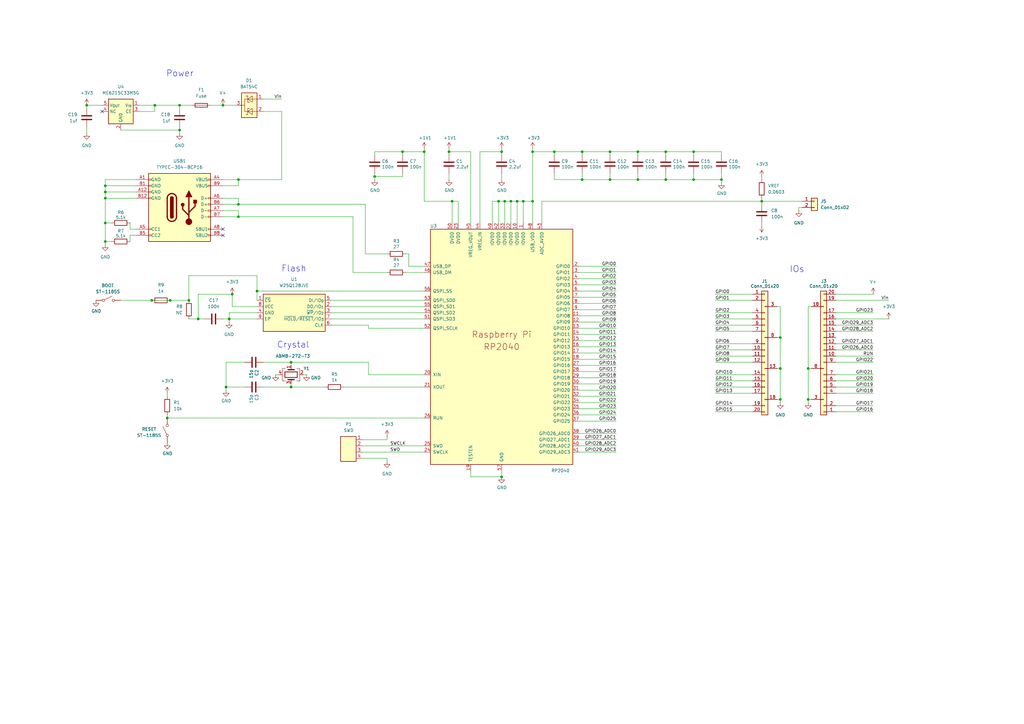
<source format=kicad_sch>
(kicad_sch (version 20250114) (generator "eeschema") (generator_version "9.0")
  (paper "A3")
  (title_block (title "RP2040 Minimal Design Example") (date "2024-01-16") (rev "REV2") (company "Raspberry Pi Ltd"))
  (lib_symbols
    (symbol "+3V3_1" (power) (pin_numbers (hide yes)) (pin_names (offset 0) (hide yes))
      (property "Value" "+3V3" (at 0 3.556 0))
      (symbol "+3V3_1_1_1"
        (pin power_in line (at 0 0 90) (length 0) (name "~") (number "1"))
      )
    )
    (symbol "+3V3_2" (power) (pin_numbers (hide yes)) (pin_names (offset 0) (hide yes))
      (property "Value" "+3V3" (at 0 3.556 0))
      (symbol "+3V3_2_1_1"
        (pin power_in line (at 0 0 90) (length 0) (name "~") (number "1"))
      )
    )
    (symbol "+3V3_3" (power) (pin_numbers (hide yes)) (pin_names (offset 0) (hide yes))
      (property "Value" "+3V3" (at 0 3.556 0))
      (symbol "+3V3_3_1_1"
        (pin power_in line (at 0 0 90) (length 0) (name "~") (number "1"))
      )
    )
    (symbol "+3V3_4" (power) (pin_numbers (hide yes)) (pin_names (offset 0) (hide yes))
      (property "Value" "+3V3" (at 0 3.556 0))
      (symbol "+3V3_4_1_1"
        (pin power_in line (at 0 0 90) (length 0) (name "~") (number "1"))
      )
    )
    (symbol "+3V3_5" (power) (pin_numbers (hide yes)) (pin_names (offset 0) (hide yes))
      (property "Value" "+3V3" (at 0 3.556 0))
      (symbol "+3V3_5_1_1"
        (pin power_in line (at 0 0 90) (length 0) (name "~") (number "1"))
      )
    )
    (symbol "+3V3_6" (power) (pin_numbers (hide yes)) (pin_names (offset 0) (hide yes))
      (property "Value" "+3V3" (at 0 3.556 0))
      (symbol "+3V3_6_1_1"
        (pin power_in line (at 0 0 90) (length 0) (name "~") (number "1"))
      )
    )
    (symbol "+3V3_7" (power) (pin_numbers (hide yes)) (pin_names (offset 0) (hide yes))
      (property "Value" "+3V3" (at 0 3.556 0))
      (symbol "+3V3_7_1_1"
        (pin power_in line (at 0 0 90) (length 0) (name "~") (number "1"))
      )
    )
    (symbol "BAT54C_1" (pin_names (offset 1.016))
      (property "Reference" "P1" (at -0.508 7.62 0))
      (property "Value" "SWD" (at -0.508 5.08 0))
      (symbol "BAT54C_1_1_1"
        (pin passive line (at 5.08 1.27 180) (length 2.54) (name "~") (number "1"))
        (pin passive line (at 5.08 -1.27 180) (length 2.54) (name "~") (number "2"))
        (pin passive line (at 5.08 -3.81 180) (length 2.54) (name "~") (number "3"))
        (pin passive line (at 5.08 -6.35 180) (length 2.54) (name "~") (number "4"))
      )
    )
    (symbol "Conn_01x20_1" (pin_names (offset 1.016) (hide yes))
      (property "Reference" "J3" (at -1.27 28.194 0))
      (property "Value" "Conn_01x20" (at -5.842 26.162 0))
      (symbol "Conn_01x20_1_1_1"
        (pin passive line (at -5.08 22.86 0) (length 3.81) (name "Pin_20") (number "20"))
        (pin passive line (at -5.08 20.32 0) (length 3.81) (name "Pin_19") (number "19"))
        (pin passive line (at -5.08 15.24 0) (length 3.81) (name "Pin_17") (number "17"))
        (pin passive line (at -5.08 12.7 0) (length 3.81) (name "Pin_16") (number "16"))
        (pin passive line (at -5.08 10.16 0) (length 3.81) (name "Pin_15") (number "15"))
        (pin passive line (at -5.08 7.62 0) (length 3.81) (name "Pin_14") (number "14"))
        (pin passive line (at -5.08 5.08 0) (length 3.81) (name "Pin_13") (number "13"))
        (pin passive line (at -5.08 2.54 0) (length 3.81) (name "Pin_12") (number "12"))
        (pin passive line (at -5.08 0 0) (length 3.81) (name "Pin_11") (number "11"))
        (pin passive line (at -5.08 -2.54 0) (length 3.81) (name "Pin_10") (number "10"))
        (pin passive line (at -5.08 -5.08 0) (length 3.81) (name "Pin_9") (number "9"))
        (pin passive line (at -5.08 -10.16 0) (length 3.81) (name "Pin_7") (number "7"))
        (pin passive line (at -5.08 -12.7 0) (length 3.81) (name "Pin_6") (number "6"))
        (pin passive line (at -5.08 -15.24 0) (length 3.81) (name "Pin_5") (number "5"))
        (pin passive line (at -5.08 -17.78 0) (length 3.81) (name "Pin_4") (number "4"))
        (pin passive line (at -5.08 -22.86 0) (length 3.81) (name "Pin_2") (number "2"))
        (pin passive line (at -5.08 -25.4 0) (length 3.81) (name "Pin_1") (number "1"))
        (pin passive line (at 5.08 17.78 180) (length 3.81) (name "Pin_18") (number "18"))
        (pin passive line (at 5.08 -7.62 180) (length 3.81) (name "Pin_8") (number "8"))
        (pin passive line (at 5.08 -20.32 180) (length 3.81) (name "Pin_3") (number "3"))
      )
    )
    (symbol "Connector:USB_C_Receptacle" (pin_names (offset 1.016))
      (property "Reference" "USB1" (at 0 33.02 0))
      (property "Value" "TYPEC-304-BCP16" (at 0 30.48 0))
      (symbol "USB_C_Receptacle_1_1"
        (pin passive line (at -17.78 25.4 0) (length 5.08) (name "GND") (number "A1"))
        (pin passive line (at -17.78 25.4 0) (length 5.08) (hide yes) (name "VBUS") (number "A9"))
        (pin passive line (at -17.78 25.4 0) (length 5.08) (hide yes) (name "VBUS") (number "B4"))
        (pin passive line (at -17.78 25.4 0) (length 5.08) (hide yes) (name "VBUS") (number "B9"))
        (pin passive line (at -17.78 22.86 0) (length 5.08) (name "GND") (number "B1"))
        (pin passive line (at -17.78 22.86 0) (length 5.08) (hide yes) (name "VBUS") (number "B1"))
        (pin passive line (at -17.78 22.86 0) (length 5.08) (hide yes) (name "VBUS") (number "B4"))
        (pin passive line (at -17.78 22.86 0) (length 5.08) (hide yes) (name "VBUS") (number "B9"))
        (pin passive line (at -17.78 20.32 0) (length 5.08) (name "GND") (number "A12"))
        (pin passive line (at -17.78 20.32 0) (length 5.08) (hide yes) (name "VBUS") (number "A9"))
        (pin passive line (at -17.78 20.32 0) (length 5.08) (hide yes) (name "VBUS") (number "B4"))
        (pin passive line (at -17.78 20.32 0) (length 5.08) (hide yes) (name "VBUS") (number "B9"))
        (pin passive line (at -17.78 17.78 0) (length 5.08) (hide yes) (name "VBUS") (number "B1"))
        (pin passive line (at -17.78 17.78 0) (length 5.08) (name "GND") (number "B12"))
        (pin passive line (at -17.78 17.78 0) (length 5.08) (hide yes) (name "VBUS") (number "B4"))
        (pin passive line (at -17.78 17.78 0) (length 5.08) (hide yes) (name "VBUS") (number "B9"))
        (pin bidirectional line (at -17.78 5.08 0) (length 5.08) (name "CC1") (number "A5"))
        (pin bidirectional line (at -17.78 2.54 0) (length 5.08) (name "CC2") (number "B5"))
        (pin passive line (at 17.78 25.4 180) (length 5.08) (name "VBUS") (number "A4"))
        (pin passive line (at 17.78 25.4 180) (length 5.08) (hide yes) (name "VBUS") (number "A9"))
        (pin passive line (at 17.78 25.4 180) (length 5.08) (hide yes) (name "VBUS") (number "B4"))
        (pin passive line (at 17.78 25.4 180) (length 5.08) (hide yes) (name "VBUS") (number "B9"))
        (pin passive line (at 17.78 22.86 180) (length 5.08) (hide yes) (name "VBUS") (number "A9"))
        (pin passive line (at 17.78 22.86 180) (length 5.08) (hide yes) (name "VBUS") (number "B4"))
        (pin passive line (at 17.78 22.86 180) (length 5.08) (name "VBUS") (number "B9"))
        (pin passive line (at 17.78 22.86 180) (length 5.08) (hide yes) (name "VBUS") (number "B9"))
        (pin bidirectional line (at 17.78 17.78 180) (length 5.08) (name "D+") (number "A6"))
        (pin bidirectional line (at 17.78 15.24 180) (length 5.08) (name "D+") (number "B6"))
        (pin bidirectional line (at 17.78 12.7 180) (length 5.08) (name "D-") (number "A7"))
        (pin bidirectional line (at 17.78 10.16 180) (length 5.08) (name "D-") (number "B7"))
        (pin bidirectional line (at 17.78 5.08 180) (length 5.08) (name "SBU1") (number "A8"))
        (pin bidirectional line (at 17.78 2.54 180) (length 5.08) (name "SBU2") (number "B8"))
      )
    )
    (symbol "Connector_Generic:Conn_01x02" (pin_names (offset 1.016) (hide yes))
      (property "Reference" "J" (at 0 2.54 0))
      (property "Value" "Conn_01x02" (at 0 -5.08 0))
      (symbol "Conn_01x02_1_1"
        (pin passive line (at -5.08 0 0) (length 3.81) (name "Pin_1") (number "1"))
        (pin passive line (at -5.08 -2.54 0) (length 3.81) (name "Pin_2") (number "2"))
      )
    )
    (symbol "Connector_Generic:Conn_01x20" (pin_names (offset 1.016) (hide yes))
      (property "Reference" "J1" (at -1.27 28.194 0))
      (property "Value" "Conn_01x20" (at -5.842 26.162 0))
      (symbol "Conn_01x20_1_1"
        (pin passive line (at -5.08 22.86 0) (length 3.81) (name "Pin_1") (number "1"))
        (pin passive line (at -5.08 20.32 0) (length 3.81) (name "Pin_2") (number "2"))
        (pin passive line (at -5.08 15.24 0) (length 3.81) (name "Pin_4") (number "4"))
        (pin passive line (at -5.08 12.7 0) (length 3.81) (name "Pin_5") (number "5"))
        (pin passive line (at -5.08 10.16 0) (length 3.81) (name "Pin_6") (number "6"))
        (pin passive line (at -5.08 7.62 0) (length 3.81) (name "Pin_7") (number "7"))
        (pin passive line (at -5.08 2.54 0) (length 3.81) (name "Pin_9") (number "9"))
        (pin passive line (at -5.08 0 0) (length 3.81) (name "Pin_10") (number "10"))
        (pin passive line (at -5.08 -2.54 0) (length 3.81) (name "Pin_11") (number "11"))
        (pin passive line (at -5.08 -5.08 0) (length 3.81) (name "Pin_12") (number "12"))
        (pin passive line (at -5.08 -10.16 0) (length 3.81) (name "Pin_14") (number "14"))
        (pin passive line (at -5.08 -12.7 0) (length 3.81) (name "Pin_15") (number "15"))
        (pin passive line (at -5.08 -15.24 0) (length 3.81) (name "Pin_16") (number "16"))
        (pin passive line (at -5.08 -17.78 0) (length 3.81) (name "Pin_17") (number "17"))
        (pin passive line (at -5.08 -22.86 0) (length 3.81) (name "Pin_19") (number "19"))
        (pin passive line (at -5.08 -25.4 0) (length 3.81) (name "Pin_20") (number "20"))
        (pin passive line (at 5.08 17.78 180) (length 3.81) (name "Pin_3") (number "3"))
        (pin passive line (at 5.08 5.08 180) (length 3.81) (name "Pin_8") (number "8"))
        (pin passive line (at 5.08 -7.62 180) (length 3.81) (name "Pin_13") (number "13"))
        (pin passive line (at 5.08 -20.32 180) (length 3.81) (name "Pin_18") (number "18"))
      )
    )
    (symbol "Device:C" (pin_numbers (hide yes)) (pin_names (offset 0.254))
      (property "Reference" "C" (at 0.635 2.54 0))
      (property "Value" "C" (at 0.635 -2.54 0))
      (symbol "C_1_1"
        (pin passive line (at 0 3.81 270) (length 2.794) (name "~") (number "1"))
        (pin passive line (at 0 -3.81 90) (length 2.794) (name "~") (number "2"))
      )
    )
    (symbol "Device:Crystal_GND24" (pin_names (offset 1.016) (hide yes))
      (property "Reference" "Y" (at 3.175 5.08 0))
      (property "Value" "Crystal_GND24" (at 3.175 3.175 0))
      (symbol "Crystal_GND24_1_1"
        (pin passive line (at -3.81 0 0) (length 1.27) (name "1") (number "1"))
        (pin passive line (at 0 5.08 270) (length 1.27) (name "2") (number "2"))
        (pin passive line (at 0 -5.08 90) (length 1.27) (name "4") (number "4"))
        (pin passive line (at 3.81 0 180) (length 1.27) (name "3") (number "3"))
      )
    )
    (symbol "Device:Fuse" (pin_numbers (hide yes)) (pin_names (offset 0))
      (property "Reference" "F" (at 2.032 0 90))
      (property "Value" "Fuse" (at -1.905 0 90))
      (symbol "Fuse_1_1"
        (pin passive line (at 0 3.81 270) (length 1.27) (name "~") (number "1"))
        (pin passive line (at 0 -3.81 90) (length 1.27) (name "~") (number "2"))
      )
    )
    (symbol "Device:R" (pin_numbers (hide yes)) (pin_names (offset 0))
      (property "Reference" "R" (at 2.032 0 90))
      (property "Value" "R" (at 0 0 90))
      (symbol "R_1_1"
        (pin passive line (at 0 3.81 270) (length 1.27) (name "~") (number "1"))
        (pin passive line (at 0 -3.81 90) (length 1.27) (name "~") (number "2"))
      )
    )
    (symbol "Diode:BAT54C" (pin_names (offset 1.016))
      (property "Reference" "D1" (at -0.508 7.62 0))
      (property "Value" "BAT54C" (at -0.508 5.08 0))
      (symbol "BAT54C_1_1"
        (pin passive line (at -6.35 0 0) (length 2.54) (name "~") (number "1"))
        (pin passive line (at -6.35 -5.08 0) (length 2.54) (name "~") (number "2"))
        (pin passive line (at 5.08 -2.54 180) (length 2.54) (name "~") (number "3"))
      )
    )
    (symbol "GND_1" (power) (pin_numbers (hide yes)) (pin_names (offset 0) (hide yes))
      (property "Value" "GND" (at 0 -3.81 0))
      (symbol "GND_1_1_1"
        (pin power_in line (at 0 0 270) (length 0) (name "~") (number "1"))
      )
    )
    (symbol "GND_2" (power) (pin_numbers (hide yes)) (pin_names (offset 0) (hide yes))
      (property "Value" "GND" (at 0 -3.81 0))
      (symbol "GND_2_1_1"
        (pin power_in line (at 0 0 270) (length 0) (name "~") (number "1"))
      )
    )
    (symbol "GND_3" (power) (pin_numbers (hide yes)) (pin_names (offset 0) (hide yes))
      (property "Value" "GND" (at 0 -3.81 0))
      (symbol "GND_3_1_1"
        (pin power_in line (at 0 0 270) (length 0) (name "~") (number "1"))
      )
    )
    (symbol "GND_4" (power) (pin_numbers (hide yes)) (pin_names (offset 0) (hide yes))
      (property "Value" "GND" (at 0 -3.81 0))
      (symbol "GND_4_1_1"
        (pin power_in line (at 0 0 270) (length 0) (name "~") (number "1"))
      )
    )
    (symbol "GND_5" (power) (pin_numbers (hide yes)) (pin_names (offset 0) (hide yes))
      (property "Value" "GND" (at 0 -3.81 0))
      (symbol "GND_5_1_1"
        (pin power_in line (at 0 0 270) (length 0) (name "~") (number "1"))
      )
    )
    (symbol "GND_6" (power) (pin_numbers (hide yes)) (pin_names (offset 0) (hide yes))
      (property "Value" "GND" (at 0 -3.81 0))
      (symbol "GND_6_1_1"
        (pin power_in line (at 0 0 270) (length 0) (name "~") (number "1"))
      )
    )
    (symbol "GND_7" (power) (pin_numbers (hide yes)) (pin_names (offset 0) (hide yes))
      (property "Value" "GND" (at 0 -3.81 0))
      (symbol "GND_7_1_1"
        (pin power_in line (at 0 0 270) (length 0) (name "~") (number "1"))
      )
    )
    (symbol "MCU_RaspberryPi_RP2040:RP2040" (pin_names (offset 1.016))
      (property "Reference" "U3" (at -27.94 49.53 0))
      (property "Value" "RP2040" (at 24.13 -50.8 0))
      (symbol "RP2040_0_0"
        (text "Raspberry Pi" (at 0 5.08 0) (effects (font (size 2.54 2.54))))
        (text "RP2040" (at 0 0 0) (effects (font (size 2.54 2.54))))
      )
      (symbol "RP2040_1_1"
        (pin bidirectional line (at -31.75 33.02 0) (length 2.54) (name "USB_DP") (number "47"))
        (pin bidirectional line (at -31.75 30.48 0) (length 2.54) (name "USB_DM") (number "46"))
        (pin bidirectional line (at -31.75 22.86 0) (length 2.54) (name "QSPI_SS") (number "56"))
        (pin bidirectional line (at -31.75 19.05 0) (length 2.54) (name "QSPI_SD0") (number "53"))
        (pin bidirectional line (at -31.75 16.51 0) (length 2.54) (name "QSPI_SD1") (number "55"))
        (pin bidirectional line (at -31.75 13.97 0) (length 2.54) (name "QSPI_SD2") (number "54"))
        (pin bidirectional line (at -31.75 11.43 0) (length 2.54) (name "QSPI_SD3") (number "51"))
        (pin output line (at -31.75 7.62 0) (length 2.54) (name "QSPI_SCLK") (number "52"))
        (pin input line (at -31.75 -11.43 0) (length 2.54) (name "XIN") (number "20"))
        (pin passive line (at -31.75 -16.51 0) (length 2.54) (name "XOUT") (number "21"))
        (pin input line (at -31.75 -29.21 0) (length 2.54) (name "RUN") (number "26"))
        (pin bidirectional line (at -31.75 -40.64 0) (length 2.54) (name "SWD") (number "25"))
        (pin output line (at -31.75 -43.18 0) (length 2.54) (name "SWCLK") (number "24"))
        (pin power_in line (at -20.32 50.8 270) (length 2.54) (name "DVDD") (number "50"))
        (pin power_in line (at -17.78 50.8 270) (length 2.54) (name "DVDD") (number "23"))
        (pin power_out line (at -12.7 50.8 270) (length 2.54) (name "VREG_VOUT") (number "45"))
        (pin passive line (at -12.7 -50.8 90) (length 2.54) (name "TESTEN") (number "19"))
        (pin power_in line (at -8.89 50.8 270) (length 2.54) (name "VREG_IN") (number "44"))
        (pin power_in line (at -3.81 50.8 270) (length 2.54) (name "IOVDD") (number "49"))
        (pin power_in line (at -1.27 50.8 270) (length 2.54) (name "IOVDD") (number "42"))
        (pin power_in line (at 0 -50.8 90) (length 2.54) (name "GND") (number "57"))
        (pin power_in line (at 1.27 50.8 270) (length 2.54) (name "IOVDD") (number "33"))
        (pin power_in line (at 3.81 50.8 270) (length 2.54) (name "IOVDD") (number "22"))
        (pin power_in line (at 6.35 50.8 270) (length 2.54) (name "IOVDD") (number "10"))
        (pin power_in line (at 8.89 50.8 270) (length 2.54) (name "IOVDD") (number "1"))
        (pin power_in line (at 12.7 50.8 270) (length 2.54) (name "USB_VDD") (number "48"))
        (pin power_in line (at 16.51 50.8 270) (length 2.54) (name "ADC_AVDD") (number "43"))
        (pin bidirectional line (at 31.75 33.02 180) (length 2.54) (name "GPIO0") (number "2"))
        (pin bidirectional line (at 31.75 30.48 180) (length 2.54) (name "GPIO1") (number "3"))
        (pin bidirectional line (at 31.75 27.94 180) (length 2.54) (name "GPIO2") (number "4"))
        (pin bidirectional line (at 31.75 25.4 180) (length 2.54) (name "GPIO3") (number "5"))
        (pin bidirectional line (at 31.75 22.86 180) (length 2.54) (name "GPIO4") (number "6"))
        (pin bidirectional line (at 31.75 20.32 180) (length 2.54) (name "GPIO5") (number "7"))
        (pin bidirectional line (at 31.75 17.78 180) (length 2.54) (name "GPIO6") (number "8"))
        (pin bidirectional line (at 31.75 15.24 180) (length 2.54) (name "GPIO7") (number "9"))
        (pin bidirectional line (at 31.75 12.7 180) (length 2.54) (name "GPIO8") (number "11"))
        (pin bidirectional line (at 31.75 10.16 180) (length 2.54) (name "GPIO9") (number "12"))
        (pin bidirectional line (at 31.75 7.62 180) (length 2.54) (name "GPIO10") (number "13"))
        (pin bidirectional line (at 31.75 5.08 180) (length 2.54) (name "GPIO11") (number "14"))
        (pin bidirectional line (at 31.75 2.54 180) (length 2.54) (name "GPIO12") (number "15"))
        (pin bidirectional line (at 31.75 0 180) (length 2.54) (name "GPIO13") (number "16"))
        (pin bidirectional line (at 31.75 -2.54 180) (length 2.54) (name "GPIO14") (number "17"))
        (pin bidirectional line (at 31.75 -5.08 180) (length 2.54) (name "GPIO15") (number "18"))
        (pin bidirectional line (at 31.75 -7.62 180) (length 2.54) (name "GPIO16") (number "27"))
        (pin bidirectional line (at 31.75 -10.16 180) (length 2.54) (name "GPIO17") (number "28"))
        (pin bidirectional line (at 31.75 -12.7 180) (length 2.54) (name "GPIO18") (number "29"))
        (pin bidirectional line (at 31.75 -15.24 180) (length 2.54) (name "GPIO19") (number "30"))
        (pin bidirectional line (at 31.75 -17.78 180) (length 2.54) (name "GPIO20") (number "31"))
        (pin bidirectional line (at 31.75 -20.32 180) (length 2.54) (name "GPIO21") (number "32"))
        (pin bidirectional line (at 31.75 -22.86 180) (length 2.54) (name "GPIO22") (number "34"))
        (pin bidirectional line (at 31.75 -25.4 180) (length 2.54) (name "GPIO23") (number "35"))
        (pin bidirectional line (at 31.75 -27.94 180) (length 2.54) (name "GPIO24") (number "36"))
        (pin bidirectional line (at 31.75 -30.48 180) (length 2.54) (name "GPIO25") (number "37"))
        (pin bidirectional line (at 31.75 -35.56 180) (length 2.54) (name "GPIO26_ADC0") (number "38"))
        (pin bidirectional line (at 31.75 -38.1 180) (length 2.54) (name "GPIO27_ADC1") (number "39"))
        (pin bidirectional line (at 31.75 -40.64 180) (length 2.54) (name "GPIO28_ADC2") (number "40"))
        (pin bidirectional line (at 31.75 -43.18 180) (length 2.54) (name "GPIO29_ADC3") (number "41"))
      )
    )
    (symbol "Memory_Flash:W25Q32JVZP"
      (property "Reference" "U1" (at 0 15.24 0))
      (property "Value" "W25Q128JVE" (at 0 12.7 0))
      (symbol "W25Q32JVZP_1_1"
        (pin bidirectional line (at -15.24 7.62 0) (length 2.54) (name "DI/IO_{0}") (number "5"))
        (pin bidirectional line (at -15.24 5.08 0) (length 2.54) (name "DO/IO_{1}") (number "2"))
        (pin bidirectional line (at -15.24 2.54 0) (length 2.54) (name "~{WP}/IO_{2}") (number "3"))
        (pin bidirectional line (at -15.24 0 0) (length 2.54) (name "~{HOLD}/~{RESET}/IO_{3}") (number "7"))
        (pin input line (at -15.24 -2.54 0) (length 2.54) (name "CLK") (number "6"))
        (pin input line (at 15.24 7.62 180) (length 2.54) (name "~{CS}") (number "1"))
        (pin power_in line (at 15.24 5.08 180) (length 2.54) (name "VCC") (number "8"))
        (pin power_in line (at 15.24 2.54 180) (length 2.54) (name "GND") (number "4"))
        (pin passive line (at 15.24 0 180) (length 2.54) (name "EP") (number "9"))
      )
    )
    (symbol "Regulator_Linear:ME6211C33M5"
      (property "Reference" "U4" (at 0 10.16 0))
      (property "Value" "ME6215C33M5G" (at 0 7.62 0))
      (symbol "ME6211C33M5_1_1"
        (pin power_in line (at -7.62 2.54 0) (length 2.54) (name "V_{IN}") (number "1"))
        (pin input line (at -7.62 0 0) (length 2.54) (name "CE") (number "3"))
        (pin power_in line (at 0 -7.62 90) (length 2.54) (name "GND") (number "2"))
        (pin no_connect line (at 5.08 0 180) (length 2.54) (hide yes) (name "NC") (number "4"))
        (pin power_out line (at 7.62 2.54 180) (length 2.54) (name "V_{OUT}") (number "5"))
        (pin unspecified line (at 7.62 0 180) (length 2.54) (name "NC") (number "4"))
      )
    )
    (symbol "Simulation_SPICE:SWITCH" (pin_numbers (hide yes)) (pin_names (offset 1.016) (hide yes))
      (property "Reference" "BOOT" (at 2.54 2.6671 0))
      (property "Value" "ST-1185S" (at 2.54 0.1271 0))
      (symbol "SWITCH_1_1"
        (pin passive line (at 0 5.08 270) (length 2.54) (name "N+") (number "1"))
        (pin passive line (at 0 -5.08 90) (length 2.54) (name "N-") (number "2"))
      )
    )
    (symbol "VBUS_1" (power) (pin_numbers (hide yes)) (pin_names (offset 0) (hide yes))
      (property "Value" "VBUS" (at 0 3.556 0))
      (symbol "VBUS_1_1_1"
        (pin power_in line (at 0 0 90) (length 0) (name "~") (number "1"))
      )
    )
    (symbol "power:+1V1" (power) (pin_names (offset 0))
      (property "Value" "+1V1" (at 0 3.556 0))
      (symbol "+1V1_1_1"
        (pin power_in line (at 0 0 90) (length 0) (hide yes) (name "+1V1") (number "1"))
      )
    )
    (symbol "power:+3V3" (power) (pin_names (offset 0))
      (property "Value" "+3V3" (at 0 3.556 0))
      (symbol "+3V3_1_1"
        (pin power_in line (at 0 0 90) (length 0) (hide yes) (name "+3V3") (number "1"))
      )
    )
    (symbol "power:GND" (power) (pin_names (offset 0))
      (property "Value" "GND" (at 0 -3.81 0))
      (symbol "GND_1_1"
        (pin power_in line (at 0 0 270) (length 0) (hide yes) (name "GND") (number "1"))
      )
    )
  )
  (text "IOs" (at 323.85 112.014 0) (effects (font (size 2.54 2.54)) (justify left bottom)))
  (text "Power" (at 68.072 31.75 0) (effects (font (size 2.54 2.54)) (justify left bottom)))
  (text "Crystal" (at 113.538 143.002 0) (effects (font (size 2.54 2.54)) (justify left bottom)))
  (text "Flash" (at 125.73 111.76 0) (effects (font (size 2.54 2.54)) (justify right bottom)))
  (junction (at 43.18 91.44))
  (junction (at 62.23 123.19))
  (junction (at 91.44 43.18))
  (junction (at 81.28 130.81))
  (junction (at 95.25 120.65))
  (junction (at 331.47 163.83))
  (junction (at 97.79 73.66))
  (junction (at 165.1 62.23))
  (junction (at 320.04 163.83))
  (junction (at 93.98 130.81))
  (junction (at 92.71 158.75))
  (junction (at 227.33 62.23))
  (junction (at 43.18 76.2))
  (junction (at 250.19 73.66))
  (junction (at 218.44 82.55))
  (junction (at 261.62 62.23))
  (junction (at 184.15 62.23))
  (junction (at 119.38 148.59))
  (junction (at 105.41 119.38))
  (junction (at 250.19 62.23))
  (junction (at 212.09 82.55))
  (junction (at 43.18 78.74))
  (junction (at 63.5 43.18))
  (junction (at 153.67 72.39))
  (junction (at 185.42 82.55))
  (junction (at 284.48 62.23))
  (junction (at 35.56 43.18))
  (junction (at 77.47 123.19))
  (junction (at 295.91 73.66))
  (junction (at 119.38 158.75))
  (junction (at 320.04 138.43))
  (junction (at 261.62 73.66))
  (junction (at 205.74 62.23))
  (junction (at 43.18 99.06))
  (junction (at 97.79 83.82))
  (junction (at 320.04 151.13))
  (junction (at 214.63 82.55))
  (junction (at 207.01 82.55))
  (junction (at 173.99 62.23))
  (junction (at 238.76 73.66))
  (junction (at 273.05 73.66))
  (junction (at 209.55 82.55))
  (junction (at 43.18 81.28))
  (junction (at 204.47 82.55))
  (junction (at 73.66 43.18))
  (junction (at 69.85 123.19))
  (junction (at 205.74 195.58))
  (junction (at 218.44 62.23))
  (junction (at 312.42 82.55))
  (junction (at 73.66 53.34))
  (junction (at 273.05 62.23))
  (junction (at 284.48 73.66))
  (junction (at 331.47 151.13))
  (junction (at 68.58 171.45))
  (junction (at 97.79 88.9))
  (junction (at 238.76 62.23))
  (no_connect (at 41.91 45.72))
  (no_connect (at 91.44 96.52))
  (no_connect (at 91.44 93.98))
  (wire (pts (xy 342.9 133.35) (xy 358.14 133.35)))
  (wire (pts (xy 237.49 134.62) (xy 252.73 134.62)))
  (wire (pts (xy 308.61 143.51) (xy 293.37 143.51)))
  (wire (pts (xy 153.67 72.39) (xy 165.1 72.39)))
  (wire (pts (xy 91.44 76.2) (xy 97.79 76.2)))
  (wire (pts (xy 43.18 81.28) (xy 43.18 91.44)))
  (wire (pts (xy 167.64 104.14) (xy 167.64 109.22)))
  (wire (pts (xy 342.9 158.75) (xy 358.14 158.75)))
  (wire (pts (xy 53.34 96.52) (xy 55.88 96.52)))
  (wire (pts (xy 91.44 130.81) (xy 93.98 130.81)))
  (wire (pts (xy 308.61 133.35) (xy 293.37 133.35)))
  (wire (pts (xy 250.19 62.23) (xy 261.62 62.23)))
  (wire (pts (xy 320.04 125.73) (xy 320.04 138.43)))
  (wire (pts (xy 35.56 43.18) (xy 35.56 44.45)))
  (wire (pts (xy 214.63 82.55) (xy 218.44 82.55)))
  (wire (pts (xy 43.18 91.44) (xy 45.72 91.44)))
  (wire (pts (xy 205.74 60.96) (xy 205.74 62.23)))
  (wire (pts (xy 328.93 85.09) (xy 327.66 85.09)))
  (wire (pts (xy 250.19 63.5) (xy 250.19 62.23)))
  (wire (pts (xy 173.99 60.96) (xy 173.99 62.23)))
  (wire (pts (xy 237.49 147.32) (xy 252.73 147.32)))
  (wire (pts (xy 308.61 156.21) (xy 293.37 156.21)))
  (wire (pts (xy 201.93 91.44) (xy 201.93 82.55)))
  (wire (pts (xy 55.88 81.28) (xy 43.18 81.28)))
  (wire (pts (xy 308.61 128.27) (xy 293.37 128.27)))
  (wire (pts (xy 91.44 83.82) (xy 97.79 83.82)))
  (wire (pts (xy 237.49 172.72) (xy 252.73 172.72)))
  (wire (pts (xy 320.04 138.43) (xy 320.04 151.13)))
  (wire (pts (xy 201.93 82.55) (xy 204.47 82.55)))
  (wire (pts (xy 149.86 83.82) (xy 149.86 104.14)))
  (wire (pts (xy 237.49 167.64) (xy 252.73 167.64)))
  (wire (pts (xy 173.99 111.76) (xy 166.37 111.76)))
  (wire (pts (xy 205.74 62.23) (xy 196.85 62.23)))
  (wire (pts (xy 91.44 88.9) (xy 97.79 88.9)))
  (wire (pts (xy 237.49 109.22) (xy 252.73 109.22)))
  (wire (pts (xy 308.61 135.89) (xy 293.37 135.89)))
  (wire (pts (xy 312.42 81.28) (xy 312.42 82.55)))
  (wire (pts (xy 95.25 120.65) (xy 95.25 125.73)))
  (wire (pts (xy 331.47 165.1) (xy 331.47 163.83)))
  (wire (pts (xy 73.66 43.18) (xy 63.5 43.18)))
  (wire (pts (xy 250.19 71.12) (xy 250.19 73.66)))
  (wire (pts (xy 237.49 114.3) (xy 252.73 114.3)))
  (wire (pts (xy 332.74 151.13) (xy 331.47 151.13)))
  (wire (pts (xy 184.15 62.23) (xy 193.04 62.23)))
  (wire (pts (xy 93.98 132.08) (xy 93.98 130.81)))
  (wire (pts (xy 113.03 153.67) (xy 114.3 153.67)))
  (wire (pts (xy 43.18 91.44) (xy 43.18 99.06)))
  (wire (pts (xy 153.67 62.23) (xy 165.1 62.23)))
  (wire (pts (xy 237.49 182.88) (xy 252.73 182.88)))
  (wire (pts (xy 91.44 81.28) (xy 97.79 81.28)))
  (wire (pts (xy 308.61 158.75) (xy 293.37 158.75)))
  (wire (pts (xy 153.67 71.12) (xy 153.67 72.39)))
  (wire (pts (xy 318.77 163.83) (xy 320.04 163.83)))
  (wire (pts (xy 91.44 86.36) (xy 97.79 86.36)))
  (wire (pts (xy 124.46 153.67) (xy 125.73 153.67)))
  (wire (pts (xy 81.28 130.81) (xy 77.47 130.81)))
  (wire (pts (xy 308.61 161.29) (xy 293.37 161.29)))
  (wire (pts (xy 135.89 130.81) (xy 173.99 130.81)))
  (wire (pts (xy 308.61 153.67) (xy 293.37 153.67)))
  (wire (pts (xy 107.95 148.59) (xy 119.38 148.59)))
  (wire (pts (xy 184.15 63.5) (xy 184.15 62.23)))
  (wire (pts (xy 342.9 143.51) (xy 358.14 143.51)))
  (wire (pts (xy 308.61 130.81) (xy 293.37 130.81)))
  (wire (pts (xy 165.1 62.23) (xy 173.99 62.23)))
  (wire (pts (xy 312.42 92.71) (xy 312.42 91.44)))
  (wire (pts (xy 53.34 93.98) (xy 53.34 91.44)))
  (wire (pts (xy 173.99 62.23) (xy 173.99 82.55)))
  (wire (pts (xy 308.61 148.59) (xy 293.37 148.59)))
  (wire (pts (xy 135.89 125.73) (xy 173.99 125.73)))
  (wire (pts (xy 43.18 78.74) (xy 43.18 81.28)))
  (wire (pts (xy 69.85 123.19) (xy 62.23 123.19)))
  (wire (pts (xy 158.75 187.96) (xy 158.75 189.23)))
  (wire (pts (xy 273.05 63.5) (xy 273.05 62.23)))
  (wire (pts (xy 204.47 82.55) (xy 207.01 82.55)))
  (wire (pts (xy 212.09 91.44) (xy 212.09 82.55)))
  (wire (pts (xy 151.13 134.62) (xy 173.99 134.62)))
  (wire (pts (xy 55.88 73.66) (xy 43.18 73.66)))
  (wire (pts (xy 227.33 63.5) (xy 227.33 62.23)))
  (wire (pts (xy 105.41 113.03) (xy 77.47 113.03)))
  (wire (pts (xy 218.44 62.23) (xy 227.33 62.23)))
  (wire (pts (xy 308.61 146.05) (xy 293.37 146.05)))
  (wire (pts (xy 119.38 157.48) (xy 119.38 158.75)))
  (wire (pts (xy 92.71 158.75) (xy 92.71 160.02)))
  (wire (pts (xy 173.99 109.22) (xy 167.64 109.22)))
  (wire (pts (xy 77.47 113.03) (xy 77.47 123.19)))
  (wire (pts (xy 342.9 146.05) (xy 358.14 146.05)))
  (wire (pts (xy 41.91 43.18) (xy 35.56 43.18)))
  (wire (pts (xy 95.25 120.65) (xy 81.28 120.65)))
  (wire (pts (xy 43.18 100.33) (xy 43.18 99.06)))
  (wire (pts (xy 148.59 187.96) (xy 158.75 187.96)))
  (wire (pts (xy 342.9 161.29) (xy 358.14 161.29)))
  (wire (pts (xy 332.74 163.83) (xy 331.47 163.83)))
  (wire (pts (xy 273.05 62.23) (xy 284.48 62.23)))
  (wire (pts (xy 105.41 130.81) (xy 93.98 130.81)))
  (wire (pts (xy 73.66 54.61) (xy 73.66 53.34)))
  (wire (pts (xy 295.91 71.12) (xy 295.91 73.66)))
  (wire (pts (xy 185.42 82.55) (xy 185.42 91.44)))
  (wire (pts (xy 95.25 125.73) (xy 105.41 125.73)))
  (wire (pts (xy 140.97 158.75) (xy 173.99 158.75)))
  (wire (pts (xy 342.9 135.89) (xy 358.14 135.89)))
  (wire (pts (xy 97.79 88.9) (xy 97.79 86.36)))
  (wire (pts (xy 237.49 144.78) (xy 252.73 144.78)))
  (wire (pts (xy 237.49 124.46) (xy 252.73 124.46)))
  (wire (pts (xy 165.1 72.39) (xy 165.1 71.12)))
  (wire (pts (xy 238.76 63.5) (xy 238.76 62.23)))
  (wire (pts (xy 238.76 73.66) (xy 227.33 73.66)))
  (wire (pts (xy 237.49 177.8) (xy 252.73 177.8)))
  (wire (pts (xy 218.44 62.23) (xy 218.44 82.55)))
  (wire (pts (xy 55.88 78.74) (xy 43.18 78.74)))
  (wire (pts (xy 205.74 62.23) (xy 205.74 63.5)))
  (wire (pts (xy 218.44 60.96) (xy 218.44 62.23)))
  (wire (pts (xy 342.9 130.81) (xy 364.49 130.81)))
  (wire (pts (xy 331.47 125.73) (xy 331.47 151.13)))
  (wire (pts (xy 237.49 127) (xy 252.73 127)))
  (wire (pts (xy 342.9 140.97) (xy 358.14 140.97)))
  (wire (pts (xy 135.89 128.27) (xy 173.99 128.27)))
  (wire (pts (xy 184.15 71.12) (xy 184.15 73.66)))
  (wire (pts (xy 238.76 62.23) (xy 250.19 62.23)))
  (wire (pts (xy 318.77 151.13) (xy 320.04 151.13)))
  (wire (pts (xy 308.61 123.19) (xy 293.37 123.19)))
  (wire (pts (xy 214.63 82.55) (xy 214.63 91.44)))
  (wire (pts (xy 342.9 148.59) (xy 358.14 148.59)))
  (wire (pts (xy 308.61 120.65) (xy 293.37 120.65)))
  (wire (pts (xy 312.42 82.55) (xy 312.42 83.82)))
  (wire (pts (xy 63.5 43.18) (xy 63.5 45.72)))
  (wire (pts (xy 73.66 53.34) (xy 49.53 53.34)))
  (wire (pts (xy 237.49 185.42) (xy 252.73 185.42)))
  (wire (pts (xy 115.57 40.64) (xy 107.95 40.64)))
  (wire (pts (xy 320.04 151.13) (xy 320.04 163.83)))
  (wire (pts (xy 68.58 170.18) (xy 68.58 171.45)))
  (wire (pts (xy 62.23 123.19) (xy 49.53 123.19)))
  (wire (pts (xy 238.76 71.12) (xy 238.76 73.66)))
  (wire (pts (xy 209.55 91.44) (xy 209.55 82.55)))
  (wire (pts (xy 91.44 43.18) (xy 86.36 43.18)))
  (wire (pts (xy 284.48 73.66) (xy 295.91 73.66)))
  (wire (pts (xy 273.05 71.12) (xy 273.05 73.66)))
  (wire (pts (xy 97.79 83.82) (xy 97.79 81.28)))
  (wire (pts (xy 63.5 43.18) (xy 57.15 43.18)))
  (wire (pts (xy 53.34 93.98) (xy 55.88 93.98)))
  (wire (pts (xy 227.33 62.23) (xy 238.76 62.23)))
  (wire (pts (xy 237.49 129.54) (xy 252.73 129.54)))
  (wire (pts (xy 115.57 45.72) (xy 107.95 45.72)))
  (wire (pts (xy 107.95 158.75) (xy 119.38 158.75)))
  (wire (pts (xy 205.74 71.12) (xy 205.74 73.66)))
  (wire (pts (xy 92.71 158.75) (xy 100.33 158.75)))
  (wire (pts (xy 119.38 158.75) (xy 133.35 158.75)))
  (wire (pts (xy 43.18 73.66) (xy 43.18 76.2)))
  (wire (pts (xy 193.04 62.23) (xy 193.04 91.44)))
  (wire (pts (xy 148.59 180.34) (xy 158.75 180.34)))
  (wire (pts (xy 73.66 43.18) (xy 73.66 44.45)))
  (wire (pts (xy 237.49 116.84) (xy 252.73 116.84)))
  (wire (pts (xy 295.91 63.5) (xy 295.91 62.23)))
  (wire (pts (xy 148.59 185.42) (xy 173.99 185.42)))
  (wire (pts (xy 207.01 82.55) (xy 209.55 82.55)))
  (wire (pts (xy 295.91 73.66) (xy 295.91 74.93)))
  (wire (pts (xy 77.47 123.19) (xy 69.85 123.19)))
  (wire (pts (xy 55.88 76.2) (xy 43.18 76.2)))
  (wire (pts (xy 237.49 154.94) (xy 252.73 154.94)))
  (wire (pts (xy 308.61 140.97) (xy 293.37 140.97)))
  (wire (pts (xy 96.52 43.18) (xy 91.44 43.18)))
  (wire (pts (xy 207.01 91.44) (xy 207.01 82.55)))
  (wire (pts (xy 205.74 193.04) (xy 205.74 195.58)))
  (wire (pts (xy 218.44 91.44) (xy 218.44 82.55)))
  (wire (pts (xy 237.49 152.4) (xy 252.73 152.4)))
  (wire (pts (xy 250.19 73.66) (xy 238.76 73.66)))
  (wire (pts (xy 308.61 166.37) (xy 293.37 166.37)))
  (wire (pts (xy 227.33 71.12) (xy 227.33 73.66)))
  (wire (pts (xy 318.77 138.43) (xy 320.04 138.43)))
  (wire (pts (xy 193.04 193.04) (xy 193.04 195.58)))
  (wire (pts (xy 237.49 157.48) (xy 252.73 157.48)))
  (wire (pts (xy 53.34 96.52) (xy 53.34 99.06)))
  (wire (pts (xy 222.25 91.44) (xy 222.25 82.55)))
  (wire (pts (xy 43.18 76.2) (xy 43.18 78.74)))
  (wire (pts (xy 92.71 148.59) (xy 100.33 148.59)))
  (wire (pts (xy 237.49 137.16) (xy 252.73 137.16)))
  (wire (pts (xy 57.15 45.72) (xy 63.5 45.72)))
  (wire (pts (xy 173.99 82.55) (xy 185.42 82.55)))
  (wire (pts (xy 237.49 162.56) (xy 252.73 162.56)))
  (wire (pts (xy 318.77 125.73) (xy 320.04 125.73)))
  (wire (pts (xy 115.57 45.72) (xy 115.57 73.66)))
  (wire (pts (xy 68.58 161.29) (xy 68.58 162.56)))
  (wire (pts (xy 151.13 148.59) (xy 151.13 153.67)))
  (wire (pts (xy 187.96 82.55) (xy 185.42 82.55)))
  (wire (pts (xy 158.75 111.76) (xy 144.78 111.76)))
  (wire (pts (xy 115.57 73.66) (xy 97.79 73.66)))
  (wire (pts (xy 237.49 142.24) (xy 252.73 142.24)))
  (wire (pts (xy 284.48 73.66) (xy 273.05 73.66)))
  (wire (pts (xy 92.71 148.59) (xy 92.71 158.75)))
  (wire (pts (xy 119.38 149.86) (xy 119.38 148.59)))
  (wire (pts (xy 135.89 123.19) (xy 173.99 123.19)))
  (wire (pts (xy 149.86 104.14) (xy 158.75 104.14)))
  (wire (pts (xy 209.55 82.55) (xy 212.09 82.55)))
  (wire (pts (xy 237.49 132.08) (xy 252.73 132.08)))
  (wire (pts (xy 237.49 149.86) (xy 252.73 149.86)))
  (wire (pts (xy 105.41 119.38) (xy 173.99 119.38)))
  (wire (pts (xy 158.75 179.07) (xy 158.75 180.34)))
  (wire (pts (xy 153.67 63.5) (xy 153.67 62.23)))
  (wire (pts (xy 83.82 130.81) (xy 81.28 130.81)))
  (wire (pts (xy 167.64 104.14) (xy 166.37 104.14)))
  (wire (pts (xy 153.67 72.39) (xy 153.67 73.66)))
  (wire (pts (xy 284.48 71.12) (xy 284.48 73.66)))
  (wire (pts (xy 97.79 76.2) (xy 97.79 73.66)))
  (wire (pts (xy 204.47 91.44) (xy 204.47 82.55)))
  (wire (pts (xy 184.15 60.96) (xy 184.15 62.23)))
  (wire (pts (xy 151.13 153.67) (xy 173.99 153.67)))
  (wire (pts (xy 237.49 139.7) (xy 252.73 139.7)))
  (wire (pts (xy 261.62 62.23) (xy 273.05 62.23)))
  (wire (pts (xy 342.9 168.91) (xy 358.14 168.91)))
  (wire (pts (xy 105.41 113.03) (xy 105.41 119.38)))
  (wire (pts (xy 342.9 120.65) (xy 358.14 120.65)))
  (wire (pts (xy 105.41 128.27) (xy 93.98 128.27)))
  (wire (pts (xy 187.96 91.44) (xy 187.96 82.55)))
  (wire (pts (xy 237.49 121.92) (xy 252.73 121.92)))
  (wire (pts (xy 97.79 88.9) (xy 144.78 88.9)))
  (wire (pts (xy 237.49 165.1) (xy 252.73 165.1)))
  (wire (pts (xy 342.9 153.67) (xy 358.14 153.67)))
  (wire (pts (xy 237.49 111.76) (xy 252.73 111.76)))
  (wire (pts (xy 261.62 73.66) (xy 250.19 73.66)))
  (wire (pts (xy 273.05 73.66) (xy 261.62 73.66)))
  (wire (pts (xy 342.9 156.21) (xy 358.14 156.21)))
  (wire (pts (xy 91.44 73.66) (xy 97.79 73.66)))
  (wire (pts (xy 212.09 82.55) (xy 214.63 82.55)))
  (wire (pts (xy 308.61 168.91) (xy 293.37 168.91)))
  (wire (pts (xy 327.66 85.09) (xy 327.66 86.36)))
  (wire (pts (xy 43.18 99.06) (xy 45.72 99.06)))
  (wire (pts (xy 151.13 133.35) (xy 135.89 133.35)))
  (wire (pts (xy 342.9 123.19) (xy 364.49 123.19)))
  (wire (pts (xy 68.58 171.45) (xy 173.99 171.45)))
  (wire (pts (xy 222.25 82.55) (xy 312.42 82.55)))
  (wire (pts (xy 151.13 134.62) (xy 151.13 133.35)))
  (wire (pts (xy 193.04 195.58) (xy 205.74 195.58)))
  (wire (pts (xy 165.1 63.5) (xy 165.1 62.23)))
  (wire (pts (xy 342.9 128.27) (xy 358.14 128.27)))
  (wire (pts (xy 312.42 72.39) (xy 312.42 73.66)))
  (wire (pts (xy 284.48 62.23) (xy 295.91 62.23)))
  (wire (pts (xy 320.04 165.1) (xy 320.04 163.83)))
  (wire (pts (xy 284.48 63.5) (xy 284.48 62.23)))
  (wire (pts (xy 78.74 43.18) (xy 73.66 43.18)))
  (wire (pts (xy 331.47 151.13) (xy 331.47 163.83)))
  (wire (pts (xy 261.62 71.12) (xy 261.62 73.66)))
  (wire (pts (xy 237.49 160.02) (xy 252.73 160.02)))
  (wire (pts (xy 237.49 170.18) (xy 252.73 170.18)))
  (wire (pts (xy 81.28 120.65) (xy 81.28 130.81)))
  (wire (pts (xy 342.9 166.37) (xy 358.14 166.37)))
  (wire (pts (xy 73.66 52.07) (xy 73.66 53.34)))
  (wire (pts (xy 93.98 128.27) (xy 93.98 130.81)))
  (wire (pts (xy 261.62 63.5) (xy 261.62 62.23)))
  (wire (pts (xy 97.79 83.82) (xy 149.86 83.82)))
  (wire (pts (xy 148.59 182.88) (xy 173.99 182.88)))
  (wire (pts (xy 196.85 62.23) (xy 196.85 91.44)))
  (wire (pts (xy 35.56 52.07) (xy 35.56 54.61)))
  (wire (pts (xy 312.42 82.55) (xy 328.93 82.55)))
  (wire (pts (xy 105.41 119.38) (xy 105.41 123.19)))
  (wire (pts (xy 237.49 180.34) (xy 252.73 180.34)))
  (wire (pts (xy 237.49 119.38) (xy 252.73 119.38)))
  (wire (pts (xy 332.74 125.73) (xy 331.47 125.73)))
  (wire (pts (xy 144.78 88.9) (xy 144.78 111.76)))
  (wire (pts (xy 119.38 148.59) (xy 151.13 148.59)))
  (label "GPIO29_ADC3" (at 358.14 133.35 180))
  (label "Vin" (at 115.57 40.64 180))
  (label "GPIO17" (at 358.14 166.37 180))
  (label "GPIO20" (at 358.14 156.21 180))
  (label "GPIO7" (at 293.37 143.51 0))
  (label "GPIO4" (at 252.73 119.38 180))
  (label "GPIO13" (at 293.37 161.29 0))
  (label "GPIO3" (at 293.37 130.81 0))
  (label "GPIO22" (at 358.14 148.59 180))
  (label "GPIO0" (at 293.37 120.65 0))
  (label "GPIO29_ADC3" (at 252.73 185.42 180))
  (label "GPIO13" (at 252.73 142.24 180))
  (label "GPIO8" (at 293.37 146.05 0))
  (label "GPIO6" (at 252.73 124.46 180))
  (label "SWD" (at 160.02 185.42 0))
  (label "GPIO20" (at 252.73 160.02 180))
  (label "GPIO18" (at 252.73 154.94 180))
  (label "GPIO25" (at 252.73 172.72 180))
  (label "GPIO11" (at 293.37 156.21 0))
  (label "GPIO0" (at 252.73 109.22 180))
  (label "GPIO4" (at 293.37 133.35 0))
  (label "GPIO21" (at 252.73 162.56 180))
  (label "GPIO11" (at 252.73 137.16 180))
  (label "GPIO19" (at 358.14 158.75 180))
  (label "GPIO27_ADC1" (at 252.73 180.34 180))
  (label "GPIO9" (at 293.37 148.59 0))
  (label "GPIO1" (at 252.73 111.76 180))
  (label "GPIO14" (at 252.73 144.78 180))
  (label "GPIO3" (at 252.73 116.84 180))
  (label "Vin" (at 364.49 123.19 180))
  (label "GPIO28_ADC2" (at 358.14 135.89 180))
  (label "GPIO10" (at 252.73 134.62 180))
  (label "GPIO23" (at 252.73 167.64 180))
  (label "GPIO15" (at 293.37 168.91 0))
  (label "SWCLK" (at 160.02 182.88 0))
  (label "GPIO23" (at 358.14 128.27 180))
  (label "GPIO18" (at 358.14 161.29 180))
  (label "GPIO5" (at 293.37 135.89 0))
  (label "GPIO17" (at 252.73 152.4 180))
  (label "GPIO27_ADC1" (at 358.14 140.97 180))
  (label "GPIO2" (at 252.73 114.3 180))
  (label "GPIO12" (at 293.37 158.75 0))
  (label "GPIO9" (at 252.73 132.08 180))
  (label "GPIO15" (at 252.73 147.32 180))
  (label "GPIO14" (at 293.37 166.37 0))
  (label "GPIO6" (at 293.37 140.97 0))
  (label "GPIO12" (at 252.73 139.7 180))
  (label "GPIO24" (at 252.73 170.18 180))
  (label "GPIO5" (at 252.73 121.92 180))
  (label "GPIO22" (at 252.73 165.1 180))
  (label "GPIO19" (at 252.73 157.48 180))
  (label "GPIO16" (at 358.14 168.91 180))
  (label "GPIO1" (at 293.37 123.19 0))
  (label "RUN" (at 358.14 146.05 180))
  (label "GPIO26_ADC0" (at 358.14 143.51 180))
  (label "GPIO21" (at 358.14 153.67 180))
  (label "GPIO10" (at 293.37 153.67 0))
  (label "GPIO26_ADC0" (at 252.73 177.8 180))
  (label "GPIO28_ADC2" (at 252.73 182.88 180))
  (label "GPIO2" (at 293.37 128.27 0))
  (label "GPIO16" (at 252.73 149.86 180))
  (label "GPIO8" (at 252.73 129.54 180))
  (label "GPIO7" (at 252.73 127 180))
  (symbol (lib_id "MCU_RaspberryPi_RP2040:RP2040") (at 205.74 142.24 0) (unit 1)
    (property "Reference" "U3" (at 177.8 92.71 0))
    (property "Value" "RP2040" (at 229.87 193.04 0))
    (property "Footprint" "RP2040_minimal:RP2040-QFN-56" (effects (hide yes)))
  )
  (symbol (lib_id "power:GND") (at 205.74 195.58 0) (unit 1)
    (property "Reference" "#PWR016" (effects (hide yes)))
    (property "Value" "GND" (at 205.867 199.9742 0))
  )
  (symbol (lib_id "Device:R") (at 162.56 104.14 90) (mirror x) (unit 1)
    (property "Reference" "R3" (at 162.56 98.8822 90))
    (property "Value" "27" (at 162.56 101.1936 90))
    (property "Footprint" "Resistor_SMD:R_0402_1005Metric" (effects (hide yes)))
  )
  (symbol (lib_id "Device:R") (at 162.56 111.76 90) (mirror x) (unit 1)
    (property "Reference" "R4" (at 162.56 106.5022 90))
    (property "Value" "27" (at 162.56 108.8136 90))
    (property "Footprint" "Resistor_SMD:R_0402_1005Metric" (effects (hide yes)))
  )
  (symbol (lib_id "power:+3V3") (at 218.44 60.96 0) (unit 1)
    (property "Reference" "#PWR017" (effects (hide yes)))
    (property "Value" "+3V3" (at 218.821 56.5658 0))
  )
  (symbol (lib_id "power:+1V1") (at 173.99 60.96 0) (unit 1)
    (property "Reference" "#PWR014" (effects (hide yes)))
    (property "Value" "+1V1" (at 174.371 56.5658 0))
  )
  (symbol (lib_id "Device:C") (at 227.33 67.31 0) (unit 1)
    (property "Reference" "C9" (at 230.251 66.1416 0) (effects (justify left)))
    (property "Value" "100n" (at 230.251 68.453 0) (effects (justify left)))
    (property "Footprint" "Capacitor_SMD:C_0402_1005Metric" (effects (hide yes)))
  )
  (symbol (lib_id "Device:C") (at 238.76 67.31 0) (unit 1)
    (property "Reference" "C11" (at 241.681 66.1416 0) (effects (justify left)))
    (property "Value" "100n" (at 241.681 68.453 0) (effects (justify left)))
    (property "Footprint" "Capacitor_SMD:C_0402_1005Metric" (effects (hide yes)))
  )
  (symbol (lib_id "Device:C") (at 250.19 67.31 0) (unit 1)
    (property "Reference" "C12" (at 253.111 66.1416 0) (effects (justify left)))
    (property "Value" "100n" (at 253.111 68.453 0) (effects (justify left)))
    (property "Footprint" "Capacitor_SMD:C_0402_1005Metric" (effects (hide yes)))
  )
  (symbol (lib_id "Device:C") (at 261.62 67.31 0) (unit 1)
    (property "Reference" "C13" (at 264.541 66.1416 0) (effects (justify left)))
    (property "Value" "100n" (at 264.541 68.453 0) (effects (justify left)))
    (property "Footprint" "Capacitor_SMD:C_0402_1005Metric" (effects (hide yes)))
  )
  (symbol (lib_id "Device:C") (at 273.05 67.31 0) (unit 1)
    (property "Reference" "C14" (at 275.971 66.1416 0) (effects (justify left)))
    (property "Value" "100n" (at 275.971 68.453 0) (effects (justify left)))
    (property "Footprint" "Capacitor_SMD:C_0402_1005Metric" (effects (hide yes)))
  )
  (symbol (lib_id "Device:C") (at 284.48 67.31 0) (unit 1)
    (property "Reference" "C15" (at 287.401 66.1416 0) (effects (justify left)))
    (property "Value" "100n" (at 287.401 68.453 0) (effects (justify left)))
    (property "Footprint" "Capacitor_SMD:C_0402_1005Metric" (effects (hide yes)))
  )
  (symbol (lib_id "Device:C") (at 295.91 67.31 0) (unit 1)
    (property "Reference" "C16" (at 298.831 66.1416 0) (effects (justify left)))
    (property "Value" "100n" (at 298.831 68.453 0) (effects (justify left)))
    (property "Footprint" "Capacitor_SMD:C_0402_1005Metric" (effects (hide yes)))
  )
  (symbol (lib_id "Device:C") (at 153.67 67.31 0) (unit 1)
    (property "Reference" "C6" (at 156.591 66.1416 0) (effects (justify left)))
    (property "Value" "100n" (at 156.591 68.453 0) (effects (justify left)))
    (property "Footprint" "Capacitor_SMD:C_0402_1005Metric" (effects (hide yes)))
  )
  (symbol (lib_id "Device:C") (at 165.1 67.31 0) (unit 1)
    (property "Reference" "C7" (at 168.021 66.1416 0) (effects (justify left)))
    (property "Value" "100n" (at 168.021 68.453 0) (effects (justify left)))
    (property "Footprint" "Capacitor_SMD:C_0402_1005Metric" (effects (hide yes)))
  )
  (symbol (lib_id "power:GND") (at 295.91 74.93 0) (unit 1)
    (property "Reference" "#PWR023" (effects (hide yes)))
    (property "Value" "GND" (at 296.037 79.3242 0))
  )
  (symbol (lib_id "power:GND") (at 153.67 73.66 0) (unit 1)
    (property "Reference" "#PWR012" (effects (hide yes)))
    (property "Value" "GND" (at 153.797 78.0542 0))
  )
  (symbol (lib_name "GND_2") (lib_id "power:GND") (at 35.56 54.61 0) (mirror y) (unit 1)
    (property "Reference" "#PWR031" (effects (hide yes)))
    (property "Value" "GND" (at 35.56 59.69 0))
    (property "Description" "Power symbol creates a global label with name \"GND\" , ground" (effects (hide yes)))
  )
  (symbol (lib_name "BAT54C_1") (lib_id "Diode:BAT54C") (at 143.51 181.61 0) (unit 1)
    (property "Reference" "P1" (at 143.002 173.99 0))
    (property "Value" "SWD" (at 143.002 176.53 0))
    (property "Footprint" "Package_TO_SOT_SMD:SOT-23" (effects (hide yes)))
    (property "Datasheet" "http://www.diodes.com/_files/datasheets/ds11005.pdf" (effects (hide yes)))
    (property "Description" "dual schottky barrier diode, common cathode" (effects (hide yes)))
  )
  (symbol (lib_id "Device:C") (at 35.56 48.26 0) (mirror y) (unit 1)
    (property "Reference" "C19" (at 31.75 46.9899 0) (effects (justify left)))
    (property "Value" "1uf" (at 31.75 49.5299 0) (effects (justify left)))
    (property "Description" "Unpolarized capacitor" (effects (hide yes)))
  )
  (symbol (lib_name "GND_5") (lib_id "power:GND") (at 331.47 165.1 0) (mirror y) (unit 1)
    (property "Reference" "#PWR019" (effects (hide yes)))
    (property "Value" "GND" (at 331.47 170.18 0))
    (property "Description" "Power symbol creates a global label with name \"GND\" , ground" (effects (hide yes)))
  )
  (symbol (lib_id "power:+3V3") (at 205.74 60.96 0) (unit 1)
    (property "Reference" "#PWR04" (effects (hide yes)))
    (property "Value" "+3V3" (at 206.121 56.5658 0))
  )
  (symbol (lib_name "+3V3_2") (lib_id "power:+3V3") (at 312.42 72.39 0) (unit 1)
    (property "Reference" "#PWR09" (effects (hide yes)))
    (property "Value" "+3V3" (at 312.42 67.31 0))
    (property "Description" "Power symbol creates a global label with name \"+3V3\"" (effects (hide yes)))
  )
  (symbol (lib_id "Device:Crystal_GND24") (at 119.38 153.67 270) (unit 1)
    (property "Reference" "Y1" (at 124.46 151.13 90) (effects (justify left)))
    (property "Value" "ABM8-272-T3" (at 113.03 146.05 90) (effects (justify left)))
    (property "Footprint" "Crystal:Crystal_SMD_3225-4Pin_3.2x2.5mm" (effects (hide yes)))
  )
  (symbol (lib_id "power:GND") (at 125.73 153.67 0) (unit 1)
    (property "Reference" "#PWR027" (effects (hide yes)))
    (property "Value" "GND" (at 129.54 154.94 0))
  )
  (symbol (lib_id "Device:R") (at 49.53 99.06 90) (unit 1)
    (property "Reference" "R7" (at 49.53 94.742 90))
    (property "Value" "5.1k" (at 49.53 96.774 90))
    (property "Description" "Resistor" (effects (hide yes)))
  )
  (symbol (lib_name "+3V3_2") (lib_id "power:+3V3") (at 312.42 92.71 180) (unit 1)
    (property "Reference" "#PWR010" (effects (hide yes)))
    (property "Value" "+3V3" (at 312.42 97.79 0))
    (property "Description" "Power symbol creates a global label with name \"+3V3\"" (effects (hide yes)))
  )
  (symbol (lib_name "GND_5") (lib_id "power:GND") (at 320.04 165.1 0) (unit 1)
    (property "Reference" "#PWR018" (effects (hide yes)))
    (property "Value" "GND" (at 320.04 170.18 0))
    (property "Description" "Power symbol creates a global label with name \"GND\" , ground" (effects (hide yes)))
  )
  (symbol (lib_id "Device:C") (at 312.42 87.63 0) (unit 1)
    (property "Reference" "C8" (at 316.23 86.3599 0) (effects (justify left)))
    (property "Value" "100n" (at 316.23 88.8999 0) (effects (justify left)))
    (property "Description" "Unpolarized capacitor" (effects (hide yes)))
  )
  (symbol (lib_id "Diode:BAT54C") (at 101.6 40.64 0) (mirror y) (unit 1)
    (property "Reference" "D1" (at 102.108 33.02 0))
    (property "Value" "BAT54C" (at 102.108 35.56 0))
    (property "Footprint" "Package_TO_SOT_SMD:SOT-23" (effects (hide yes)))
    (property "Datasheet" "http://www.diodes.com/_files/datasheets/ds11005.pdf" (effects (hide yes)))
    (property "Description" "dual schottky barrier diode, common cathode" (effects (hide yes)))
  )
  (symbol (lib_id "Simulation_SPICE:SWITCH") (at 44.45 123.19 90) (unit 1)
    (property "Reference" "BOOT" (at 46.736 117.094 90) (effects (justify left)))
    (property "Value" "ST-1185S" (at 49.276 119.634 90) (effects (justify left)))
    (property "Datasheet" "https://ngspice.sourceforge.io/docs/ngspice-html-manual/manual.xhtml#subsec_Switches" (effects (hide yes)))
    (property "Description" "Voltage controlled switch symbol for simulation only" (effects (hide yes)))
    (property "Sim.Device" "SW" (effects (hide yes)))
    (property "Sim.Type" "V" (effects (hide yes)))
    (property "Sim.Params" "thr=0 ron=1" (effects (hide yes)))
    (property "Sim.Pins" "1=no+ 2=no- 3=ctrl+ 4=ctrl-" (effects (hide yes)))
  )
  (symbol (lib_id "Regulator_Linear:ME6211C33M5") (at 49.53 45.72 0) (mirror y) (unit 1)
    (property "Reference" "U4" (at 49.53 35.56 0))
    (property "Value" "ME6215C33M5G" (at 49.53 38.1 0))
    (property "Footprint" "Package_TO_SOT_SMD:SOT-23-5" (effects (hide yes)))
    (property "Datasheet" "https://www.lcsc.com/datasheet/lcsc_datasheet_2304140030_MICRONE-Nanjing-Micro-One-Elec-ME6211C33R5G_C235316.pdf" (effects (hide yes)))
    (property "Description" "500mA low dropout linear regulator, shutdown pin, 6.5V max input voltage, 3.3V fixed positive output, SOT-23-5" (effects (hide yes)))
  )
  (symbol (lib_id "Device:Fuse") (at 82.55 43.18 270) (mirror x) (unit 1)
    (property "Reference" "F1" (at 82.55 36.83 90))
    (property "Value" "Fuse" (at 82.55 39.37 90))
    (property "Description" "Fuse" (effects (hide yes)))
  )
  (symbol (lib_id "Device:C") (at 104.14 148.59 270) (unit 1)
    (property "Reference" "C2" (at 105.3084 151.511 0) (effects (justify left)))
    (property "Value" "15p" (at 102.997 151.511 0) (effects (justify left)))
    (property "Footprint" "Capacitor_SMD:C_0402_1005Metric" (effects (hide yes)))
  )
  (symbol (lib_id "Device:R") (at 68.58 166.37 0) (unit 1)
    (property "Reference" "R1" (at 71.12 165.0999 0) (effects (justify left)))
    (property "Value" "10k" (at 71.12 167.6399 0) (effects (justify left)))
    (property "Description" "Resistor" (effects (hide yes)))
  )
  (symbol (lib_name "+3V3_7") (lib_id "power:+3V3") (at 158.75 179.07 0) (unit 1)
    (property "Reference" "#PWR011" (effects (hide yes)))
    (property "Value" "+3V3" (at 158.75 173.99 0))
    (property "Description" "Power symbol creates a global label with name \"+3V3\"" (effects (hide yes)))
  )
  (symbol (lib_id "Device:R") (at 66.04 123.19 270) (mirror x) (unit 1)
    (property "Reference" "R9" (at 66.04 116.84 90))
    (property "Value" "1k" (at 66.04 119.38 90))
    (property "Description" "Resistor" (effects (hide yes)))
  )
  (symbol (lib_name "GND_7") (lib_id "power:GND") (at 158.75 189.23 0) (unit 1)
    (property "Reference" "#PWR022" (effects (hide yes)))
    (property "Value" "GND" (at 158.75 194.31 0))
    (property "Description" "Power symbol creates a global label with name \"GND\" , ground" (effects (hide yes)))
  )
  (symbol (lib_id "power:GND") (at 205.74 73.66 0) (unit 1)
    (property "Reference" "#PWR03" (effects (hide yes)))
    (property "Value" "GND" (at 205.867 78.0542 0))
  )
  (symbol (lib_id "Connector:USB_C_Receptacle") (at 73.66 99.06 0) (unit 1)
    (property "Reference" "USB1" (at 73.66 66.04 0))
    (property "Value" "TYPEC-304-BCP16" (at 73.66 68.58 0))
    (property "Datasheet" "https://www.usb.org/sites/default/files/documents/usb_type-c.zip" (effects (hide yes)))
    (property "Description" "USB Full-Featured Type-C Receptacle connector" (effects (hide yes)))
  )
  (symbol (lib_name "Conn_01x20_1") (lib_id "Connector_Generic:Conn_01x20") (at 337.82 143.51 0) (mirror y) (unit 1)
    (property "Reference" "J3" (at 339.09 115.316 0) (effects (justify left)))
    (property "Value" "Conn_01x20" (at 343.662 117.348 0) (effects (justify left)))
    (property "Description" "Generic connector, single row, 01x20, script generated (kicad-library-utils/schlib/autogen/connector/)" (effects (hide yes)))
  )
  (symbol (lib_id "power:GND") (at 39.37 123.19 0) (unit 1)
    (property "Reference" "#PWR025" (effects (hide yes)))
    (property "Value" "GND" (at 39.497 127.5842 0))
  )
  (symbol (lib_name "+3V3_5") (lib_id "power:+3V3") (at 95.25 120.65 0) (unit 1)
    (property "Reference" "#PWR02" (effects (hide yes)))
    (property "Value" "+3V3" (at 95.25 115.57 0))
    (property "Description" "Power symbol creates a global label with name \"+3V3\"" (effects (hide yes)))
  )
  (symbol (lib_id "Device:R") (at 49.53 91.44 90) (unit 1)
    (property "Reference" "R6" (at 49.53 87.122 90))
    (property "Value" "5.1k" (at 49.53 89.154 90))
    (property "Description" "Resistor" (effects (hide yes)))
  )
  (symbol (lib_name "+3V3_3") (lib_id "power:+3V3") (at 358.14 120.65 0) (unit 1)
    (property "Reference" "#PWR020" (effects (hide yes)))
    (property "Value" "V+" (at 358.14 115.57 0))
    (property "Description" "Power symbol creates a global label with name \"+3V3\"" (effects (hide yes)))
  )
  (symbol (lib_id "power:GND") (at 184.15 73.66 0) (unit 1)
    (property "Reference" "#PWR01" (effects (hide yes)))
    (property "Value" "GND" (at 184.277 78.0542 0))
  )
  (symbol (lib_name "+3V3_1") (lib_id "power:+3V3") (at 35.56 43.18 0) (mirror y) (unit 1)
    (property "Reference" "#PWR032" (effects (hide yes)))
    (property "Value" "+3V3" (at 35.56 38.1 0))
    (property "Description" "Power symbol creates a global label with name \"+3V3\"" (effects (hide yes)))
  )
  (symbol (lib_id "Device:R") (at 312.42 77.47 0) (unit 1)
    (property "Reference" "VREF" (at 314.96 76.1999 0) (effects (justify left)))
    (property "Value" "0,0603" (at 314.96 78.7399 0) (effects (justify left)))
    (property "Description" "Resistor" (effects (hide yes)))
  )
  (symbol (lib_id "Device:C") (at 205.74 67.31 0) (unit 1)
    (property "Reference" "C4" (at 208.661 66.1416 0) (effects (justify left)))
    (property "Value" "2.2uf" (at 208.661 68.453 0) (effects (justify left)))
    (property "Footprint" "Capacitor_SMD:C_0402_1005Metric" (effects (hide yes)))
  )
  (symbol (lib_id "Device:R") (at 137.16 158.75 270) (unit 1)
    (property "Reference" "R5" (at 137.16 153.4922 90))
    (property "Value" "1k" (at 137.16 155.8036 90))
    (property "Footprint" "Resistor_SMD:R_0402_1005Metric" (effects (hide yes)))
  )
  (symbol (lib_id "Device:C") (at 184.15 67.31 0) (unit 1)
    (property "Reference" "C1" (at 187.071 66.1416 0) (effects (justify left)))
    (property "Value" "2.2uf" (at 187.071 68.453 0) (effects (justify left)))
    (property "Footprint" "Capacitor_SMD:C_0402_1005Metric" (effects (hide yes)))
  )
  (symbol (lib_id "Device:C") (at 73.66 48.26 0) (mirror y) (unit 1)
    (property "Reference" "C18" (at 69.85 46.9899 0) (effects (justify left)))
    (property "Value" "1uf" (at 69.85 49.5299 0) (effects (justify left)))
    (property "Description" "Unpolarized capacitor" (effects (hide yes)))
  )
  (symbol (lib_id "Connector_Generic:Conn_01x20") (at 313.69 143.51 0) (unit 1)
    (property "Reference" "J1" (at 312.42 115.316 0) (effects (justify left)))
    (property "Value" "Conn_01x20" (at 307.848 117.348 0) (effects (justify left)))
    (property "Description" "Generic connector, single row, 01x20, script generated (kicad-library-utils/schlib/autogen/connector/)" (effects (hide yes)))
  )
  (symbol (lib_id "Device:R") (at 77.47 127 0) (mirror y) (unit 1)
    (property "Reference" "R8" (at 74.93 125.7299 0) (effects (justify left)))
    (property "Value" "NC" (at 74.93 128.2699 0) (effects (justify left)))
    (property "Description" "Resistor" (effects (hide yes)))
  )
  (symbol (lib_id "Connector_Generic:Conn_01x02") (at 334.01 82.55 0) (unit 1)
    (property "Reference" "J5" (at 336.55 82.5499 0) (effects (justify left)))
    (property "Value" "Conn_01x02" (at 336.55 85.0899 0) (effects (justify left)))
    (property "Description" "Generic connector, single row, 01x02, script generated (kicad-library-utils/schlib/autogen/connector/)" (effects (hide yes)))
  )
  (symbol (lib_id "power:+1V1") (at 184.15 60.96 0) (unit 1)
    (property "Reference" "#PWR05" (effects (hide yes)))
    (property "Value" "+1V1" (at 184.531 56.5658 0))
  )
  (symbol (lib_id "power:GND") (at 92.71 160.02 0) (unit 1)
    (property "Reference" "#PWR06" (effects (hide yes)))
    (property "Value" "GND" (at 92.837 164.4142 0))
  )
  (symbol (lib_name "VBUS_1") (lib_id "power:VBUS") (at 91.44 43.18 0) (mirror y) (unit 1)
    (property "Reference" "#PWR029" (effects (hide yes)))
    (property "Value" "V+" (at 91.44 38.1 0))
    (property "Description" "Power symbol creates a global label with name \"VBUS\"" (effects (hide yes)))
  )
  (symbol (lib_name "GND_6") (lib_id "power:GND") (at 93.98 132.08 0) (mirror y) (unit 1)
    (property "Reference" "#PWR015" (effects (hide yes)))
    (property "Value" "GND" (at 93.98 137.16 0))
    (property "Description" "Power symbol creates a global label with name \"GND\" , ground" (effects (hide yes)))
  )
  (symbol (lib_name "GND_3") (lib_id "power:GND") (at 43.18 100.33 0) (unit 1)
    (property "Reference" "#PWR030" (effects (hide yes)))
    (property "Value" "GND" (at 43.18 105.41 0))
    (property "Description" "Power symbol creates a global label with name \"GND\" , ground" (effects (hide yes)))
  )
  (symbol (lib_id "Device:C") (at 104.14 158.75 270) (unit 1)
    (property "Reference" "C3" (at 105.3084 161.671 0) (effects (justify left)))
    (property "Value" "15p" (at 102.997 161.671 0) (effects (justify left)))
    (property "Footprint" "Capacitor_SMD:C_0402_1005Metric" (effects (hide yes)))
  )
  (symbol (lib_name "+3V3_6") (lib_id "power:+3V3") (at 68.58 161.29 0) (unit 1)
    (property "Reference" "#PWR08" (effects (hide yes)))
    (property "Value" "+3V3" (at 68.58 156.21 0))
    (property "Description" "Power symbol creates a global label with name \"+3V3\"" (effects (hide yes)))
  )
  (symbol (lib_name "+3V3_4") (lib_id "power:+3V3") (at 364.49 130.81 0) (unit 1)
    (property "Reference" "#PWR021" (effects (hide yes)))
    (property "Value" "+3V3" (at 364.49 125.73 0))
    (property "Description" "Power symbol creates a global label with name \"+3V3\"" (effects (hide yes)))
  )
  (symbol (lib_id "Simulation_SPICE:SWITCH") (at 68.58 176.53 180) (unit 1)
    (property "Reference" "RESET" (at 58.166 176.022 0) (effects (justify right)))
    (property "Value" "ST-1185S" (at 56.134 178.562 0) (effects (justify right)))
    (property "Datasheet" "https://ngspice.sourceforge.io/docs/ngspice-html-manual/manual.xhtml#subsec_Switches" (effects (hide yes)))
    (property "Description" "Voltage controlled switch symbol for simulation only" (effects (hide yes)))
    (property "Sim.Device" "SW" (effects (hide yes)))
    (property "Sim.Type" "V" (effects (hide yes)))
    (property "Sim.Params" "thr=0 ron=1" (effects (hide yes)))
    (property "Sim.Pins" "1=no+ 2=no- 3=ctrl+ 4=ctrl-" (effects (hide yes)))
  )
  (symbol (lib_id "power:GND") (at 113.03 153.67 0) (unit 1)
    (property "Reference" "#PWR026" (effects (hide yes)))
    (property "Value" "GND" (at 109.22 154.94 0))
  )
  (symbol (lib_id "power:GND") (at 68.58 181.61 0) (unit 1)
    (property "Reference" "#PWR07" (effects (hide yes)))
    (property "Value" "GND" (at 68.707 186.0042 0))
  )
  (symbol (lib_name "GND_4") (lib_id "power:GND") (at 327.66 86.36 0) (unit 1)
    (property "Reference" "#PWR013" (effects (hide yes)))
    (property "Value" "GND" (at 327.66 91.44 0))
    (property "Description" "Power symbol creates a global label with name \"GND\" , ground" (effects (hide yes)))
  )
  (symbol (lib_name "GND_1") (lib_id "power:GND") (at 73.66 54.61 0) (mirror y) (unit 1)
    (property "Reference" "#PWR028" (effects (hide yes)))
    (property "Value" "GND" (at 73.66 59.69 0))
    (property "Description" "Power symbol creates a global label with name \"GND\" , ground" (effects (hide yes)))
  )
  (symbol (lib_id "Device:C") (at 87.63 130.81 270) (mirror x) (unit 1)
    (property "Reference" "C17" (at 87.63 123.19 90))
    (property "Value" "100n" (at 87.63 125.73 90))
    (property "Description" "Unpolarized capacitor" (effects (hide yes)))
  )
  (symbol (lib_id "Memory_Flash:W25Q32JVZP") (at 120.65 130.81 0) (mirror y) (unit 1)
    (property "Reference" "U1" (at 120.65 114.554 0))
    (property "Value" "W25Q128JVE" (at 120.65 117.094 0))
    (property "Footprint" "Package_SON:WSON-8-1EP_6x5mm_P1.27mm_EP3.4x4.3mm" (effects (hide yes)))
    (property "Datasheet" "http://www.winbond.com/resource-files/w25q32jv%20revg%2003272018%20plus.pdf" (effects (hide yes)))
    (property "Description" "32Mbit / 4MiB Serial Flash Memory, Standard/Dual/Quad SPI, 2.7-3.6V, WSON-8" (effects (hide yes)))
  )
)
</source>
